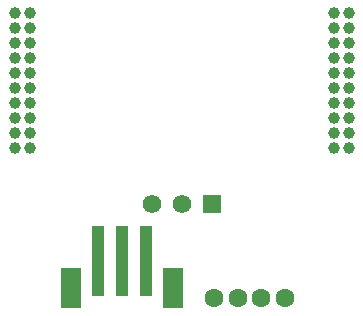
<source format=gts>
G04 #@! TF.GenerationSoftware,KiCad,Pcbnew,7.0.5-0*
G04 #@! TF.CreationDate,2024-11-07T14:34:30-08:00*
G04 #@! TF.ProjectId,IMU Mount,494d5520-4d6f-4756-9e74-2e6b69636164,rev?*
G04 #@! TF.SameCoordinates,PX5f5e100PY5f5e100*
G04 #@! TF.FileFunction,Soldermask,Top*
G04 #@! TF.FilePolarity,Negative*
%FSLAX46Y46*%
G04 Gerber Fmt 4.6, Leading zero omitted, Abs format (unit mm)*
G04 Created by KiCad (PCBNEW 7.0.5-0) date 2024-11-07 14:34:30*
%MOMM*%
%LPD*%
G01*
G04 APERTURE LIST*
%ADD10R,1.000000X6.000000*%
%ADD11R,1.800000X3.400000*%
%ADD12R,1.574803X1.574803*%
%ADD13C,1.574803*%
%ADD14C,1.600000*%
%ADD15C,1.000000*%
G04 APERTURE END LIST*
D10*
X13300000Y6250000D03*
X11300000Y6250000D03*
X9300000Y6250000D03*
D11*
X6949987Y3924879D03*
X15650013Y3924879D03*
D12*
X18890005Y11050000D03*
D13*
X16350000Y11050000D03*
X13809995Y11050000D03*
D14*
X25100000Y3150000D03*
X23100000Y3150000D03*
X21100000Y3150000D03*
X19100000Y3150000D03*
D15*
X29229998Y15809983D03*
X30500000Y15809983D03*
X29229998Y17079985D03*
X30500000Y17079985D03*
X29229998Y18349988D03*
X30500000Y18349988D03*
X29229998Y19619990D03*
X30500000Y19619990D03*
X29229998Y20889993D03*
X30500000Y20889993D03*
X29229998Y22159995D03*
X30500000Y22159995D03*
X29229998Y23429998D03*
X30500000Y23429998D03*
X29229998Y24700000D03*
X30500000Y24700000D03*
X29229998Y25970003D03*
X30500000Y25970003D03*
X29229998Y27240005D03*
X30500000Y27240005D03*
X2200000Y15800000D03*
X3470002Y15800000D03*
X2200000Y17070002D03*
X3470002Y17070002D03*
X2200000Y18340005D03*
X3470002Y18340005D03*
X2200000Y19610007D03*
X3470002Y19610007D03*
X2200000Y20880010D03*
X3470002Y20880010D03*
X2200000Y22150012D03*
X3470002Y22150012D03*
X2200000Y23420015D03*
X3470002Y23420015D03*
X2200000Y24690017D03*
X3470002Y24690017D03*
X2200000Y25960020D03*
X3470002Y25960020D03*
X2200000Y27230022D03*
X3470002Y27230022D03*
M02*

</source>
